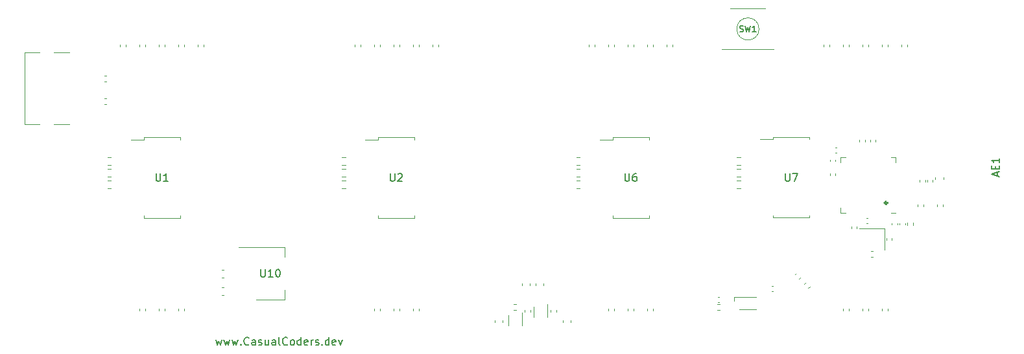
<source format=gbr>
%TF.GenerationSoftware,KiCad,Pcbnew,(6.0.9)*%
%TF.CreationDate,2022-11-29T20:57:58-05:00*%
%TF.ProjectId,Digital Clock PCB,44696769-7461-46c2-9043-6c6f636b2050,rev?*%
%TF.SameCoordinates,Original*%
%TF.FileFunction,Legend,Top*%
%TF.FilePolarity,Positive*%
%FSLAX46Y46*%
G04 Gerber Fmt 4.6, Leading zero omitted, Abs format (unit mm)*
G04 Created by KiCad (PCBNEW (6.0.9)) date 2022-11-29 20:57:58*
%MOMM*%
%LPD*%
G01*
G04 APERTURE LIST*
%ADD10C,0.329000*%
%ADD11C,0.150000*%
%ADD12C,0.120000*%
G04 APERTURE END LIST*
D10*
X132803300Y-41402000D02*
G75*
G03*
X132803300Y-41402000I-164500J0D01*
G01*
D11*
X45152704Y-59323314D02*
X45343180Y-59989980D01*
X45533657Y-59513790D01*
X45724133Y-59989980D01*
X45914609Y-59323314D01*
X46200323Y-59323314D02*
X46390800Y-59989980D01*
X46581276Y-59513790D01*
X46771752Y-59989980D01*
X46962228Y-59323314D01*
X47247942Y-59323314D02*
X47438419Y-59989980D01*
X47628895Y-59513790D01*
X47819371Y-59989980D01*
X48009847Y-59323314D01*
X48390800Y-59894742D02*
X48438419Y-59942361D01*
X48390800Y-59989980D01*
X48343180Y-59942361D01*
X48390800Y-59894742D01*
X48390800Y-59989980D01*
X49438419Y-59894742D02*
X49390800Y-59942361D01*
X49247942Y-59989980D01*
X49152704Y-59989980D01*
X49009847Y-59942361D01*
X48914609Y-59847123D01*
X48866990Y-59751885D01*
X48819371Y-59561409D01*
X48819371Y-59418552D01*
X48866990Y-59228076D01*
X48914609Y-59132838D01*
X49009847Y-59037600D01*
X49152704Y-58989980D01*
X49247942Y-58989980D01*
X49390800Y-59037600D01*
X49438419Y-59085219D01*
X50295561Y-59989980D02*
X50295561Y-59466171D01*
X50247942Y-59370933D01*
X50152704Y-59323314D01*
X49962228Y-59323314D01*
X49866990Y-59370933D01*
X50295561Y-59942361D02*
X50200323Y-59989980D01*
X49962228Y-59989980D01*
X49866990Y-59942361D01*
X49819371Y-59847123D01*
X49819371Y-59751885D01*
X49866990Y-59656647D01*
X49962228Y-59609028D01*
X50200323Y-59609028D01*
X50295561Y-59561409D01*
X50724133Y-59942361D02*
X50819371Y-59989980D01*
X51009847Y-59989980D01*
X51105085Y-59942361D01*
X51152704Y-59847123D01*
X51152704Y-59799504D01*
X51105085Y-59704266D01*
X51009847Y-59656647D01*
X50866990Y-59656647D01*
X50771752Y-59609028D01*
X50724133Y-59513790D01*
X50724133Y-59466171D01*
X50771752Y-59370933D01*
X50866990Y-59323314D01*
X51009847Y-59323314D01*
X51105085Y-59370933D01*
X52009847Y-59323314D02*
X52009847Y-59989980D01*
X51581276Y-59323314D02*
X51581276Y-59847123D01*
X51628895Y-59942361D01*
X51724133Y-59989980D01*
X51866990Y-59989980D01*
X51962228Y-59942361D01*
X52009847Y-59894742D01*
X52914609Y-59989980D02*
X52914609Y-59466171D01*
X52866990Y-59370933D01*
X52771752Y-59323314D01*
X52581276Y-59323314D01*
X52486038Y-59370933D01*
X52914609Y-59942361D02*
X52819371Y-59989980D01*
X52581276Y-59989980D01*
X52486038Y-59942361D01*
X52438419Y-59847123D01*
X52438419Y-59751885D01*
X52486038Y-59656647D01*
X52581276Y-59609028D01*
X52819371Y-59609028D01*
X52914609Y-59561409D01*
X53533657Y-59989980D02*
X53438419Y-59942361D01*
X53390800Y-59847123D01*
X53390800Y-58989980D01*
X54486038Y-59894742D02*
X54438419Y-59942361D01*
X54295561Y-59989980D01*
X54200323Y-59989980D01*
X54057466Y-59942361D01*
X53962228Y-59847123D01*
X53914609Y-59751885D01*
X53866990Y-59561409D01*
X53866990Y-59418552D01*
X53914609Y-59228076D01*
X53962228Y-59132838D01*
X54057466Y-59037600D01*
X54200323Y-58989980D01*
X54295561Y-58989980D01*
X54438419Y-59037600D01*
X54486038Y-59085219D01*
X55057466Y-59989980D02*
X54962228Y-59942361D01*
X54914609Y-59894742D01*
X54866990Y-59799504D01*
X54866990Y-59513790D01*
X54914609Y-59418552D01*
X54962228Y-59370933D01*
X55057466Y-59323314D01*
X55200323Y-59323314D01*
X55295561Y-59370933D01*
X55343180Y-59418552D01*
X55390800Y-59513790D01*
X55390800Y-59799504D01*
X55343180Y-59894742D01*
X55295561Y-59942361D01*
X55200323Y-59989980D01*
X55057466Y-59989980D01*
X56247942Y-59989980D02*
X56247942Y-58989980D01*
X56247942Y-59942361D02*
X56152704Y-59989980D01*
X55962228Y-59989980D01*
X55866990Y-59942361D01*
X55819371Y-59894742D01*
X55771752Y-59799504D01*
X55771752Y-59513790D01*
X55819371Y-59418552D01*
X55866990Y-59370933D01*
X55962228Y-59323314D01*
X56152704Y-59323314D01*
X56247942Y-59370933D01*
X57105085Y-59942361D02*
X57009847Y-59989980D01*
X56819371Y-59989980D01*
X56724133Y-59942361D01*
X56676514Y-59847123D01*
X56676514Y-59466171D01*
X56724133Y-59370933D01*
X56819371Y-59323314D01*
X57009847Y-59323314D01*
X57105085Y-59370933D01*
X57152704Y-59466171D01*
X57152704Y-59561409D01*
X56676514Y-59656647D01*
X57581276Y-59989980D02*
X57581276Y-59323314D01*
X57581276Y-59513790D02*
X57628895Y-59418552D01*
X57676514Y-59370933D01*
X57771752Y-59323314D01*
X57866990Y-59323314D01*
X58152704Y-59942361D02*
X58247942Y-59989980D01*
X58438419Y-59989980D01*
X58533657Y-59942361D01*
X58581276Y-59847123D01*
X58581276Y-59799504D01*
X58533657Y-59704266D01*
X58438419Y-59656647D01*
X58295561Y-59656647D01*
X58200323Y-59609028D01*
X58152704Y-59513790D01*
X58152704Y-59466171D01*
X58200323Y-59370933D01*
X58295561Y-59323314D01*
X58438419Y-59323314D01*
X58533657Y-59370933D01*
X59009847Y-59894742D02*
X59057466Y-59942361D01*
X59009847Y-59989980D01*
X58962228Y-59942361D01*
X59009847Y-59894742D01*
X59009847Y-59989980D01*
X59914609Y-59989980D02*
X59914609Y-58989980D01*
X59914609Y-59942361D02*
X59819371Y-59989980D01*
X59628895Y-59989980D01*
X59533657Y-59942361D01*
X59486038Y-59894742D01*
X59438419Y-59799504D01*
X59438419Y-59513790D01*
X59486038Y-59418552D01*
X59533657Y-59370933D01*
X59628895Y-59323314D01*
X59819371Y-59323314D01*
X59914609Y-59370933D01*
X60771752Y-59942361D02*
X60676514Y-59989980D01*
X60486038Y-59989980D01*
X60390800Y-59942361D01*
X60343180Y-59847123D01*
X60343180Y-59466171D01*
X60390800Y-59370933D01*
X60486038Y-59323314D01*
X60676514Y-59323314D01*
X60771752Y-59370933D01*
X60819371Y-59466171D01*
X60819371Y-59561409D01*
X60343180Y-59656647D01*
X61152704Y-59323314D02*
X61390800Y-59989980D01*
X61628895Y-59323314D01*
%TO.C,U7*%
X119507095Y-37552380D02*
X119507095Y-38361904D01*
X119554714Y-38457142D01*
X119602333Y-38504761D01*
X119697571Y-38552380D01*
X119888047Y-38552380D01*
X119983285Y-38504761D01*
X120030904Y-38457142D01*
X120078523Y-38361904D01*
X120078523Y-37552380D01*
X120459476Y-37552380D02*
X121126142Y-37552380D01*
X120697571Y-38552380D01*
%TO.C,U1*%
X37338095Y-37552380D02*
X37338095Y-38361904D01*
X37385714Y-38457142D01*
X37433333Y-38504761D01*
X37528571Y-38552380D01*
X37719047Y-38552380D01*
X37814285Y-38504761D01*
X37861904Y-38457142D01*
X37909523Y-38361904D01*
X37909523Y-37552380D01*
X38909523Y-38552380D02*
X38338095Y-38552380D01*
X38623809Y-38552380D02*
X38623809Y-37552380D01*
X38528571Y-37695238D01*
X38433333Y-37790476D01*
X38338095Y-37838095D01*
%TO.C,U2*%
X67919695Y-37552380D02*
X67919695Y-38361904D01*
X67967314Y-38457142D01*
X68014933Y-38504761D01*
X68110171Y-38552380D01*
X68300647Y-38552380D01*
X68395885Y-38504761D01*
X68443504Y-38457142D01*
X68491123Y-38361904D01*
X68491123Y-37552380D01*
X68919695Y-37647619D02*
X68967314Y-37600000D01*
X69062552Y-37552380D01*
X69300647Y-37552380D01*
X69395885Y-37600000D01*
X69443504Y-37647619D01*
X69491123Y-37742857D01*
X69491123Y-37838095D01*
X69443504Y-37980952D01*
X68872076Y-38552380D01*
X69491123Y-38552380D01*
%TO.C,SW1*%
X113538133Y-18967409D02*
X113652419Y-19005504D01*
X113842895Y-19005504D01*
X113919085Y-18967409D01*
X113957180Y-18929314D01*
X113995276Y-18853123D01*
X113995276Y-18776933D01*
X113957180Y-18700742D01*
X113919085Y-18662647D01*
X113842895Y-18624552D01*
X113690514Y-18586457D01*
X113614323Y-18548361D01*
X113576228Y-18510266D01*
X113538133Y-18434076D01*
X113538133Y-18357885D01*
X113576228Y-18281695D01*
X113614323Y-18243600D01*
X113690514Y-18205504D01*
X113880990Y-18205504D01*
X113995276Y-18243600D01*
X114261942Y-18205504D02*
X114452419Y-19005504D01*
X114604800Y-18434076D01*
X114757180Y-19005504D01*
X114947657Y-18205504D01*
X115671466Y-19005504D02*
X115214323Y-19005504D01*
X115442895Y-19005504D02*
X115442895Y-18205504D01*
X115366704Y-18319790D01*
X115290514Y-18395980D01*
X115214323Y-18434076D01*
%TO.C,U6*%
X98552095Y-37552380D02*
X98552095Y-38361904D01*
X98599714Y-38457142D01*
X98647333Y-38504761D01*
X98742571Y-38552380D01*
X98933047Y-38552380D01*
X99028285Y-38504761D01*
X99075904Y-38457142D01*
X99123523Y-38361904D01*
X99123523Y-37552380D01*
X100028285Y-37552380D02*
X99837809Y-37552380D01*
X99742571Y-37600000D01*
X99694952Y-37647619D01*
X99599714Y-37790476D01*
X99552095Y-37980952D01*
X99552095Y-38361904D01*
X99599714Y-38457142D01*
X99647333Y-38504761D01*
X99742571Y-38552380D01*
X99933047Y-38552380D01*
X100028285Y-38504761D01*
X100075904Y-38457142D01*
X100123523Y-38361904D01*
X100123523Y-38123809D01*
X100075904Y-38028571D01*
X100028285Y-37980952D01*
X99933047Y-37933333D01*
X99742571Y-37933333D01*
X99647333Y-37980952D01*
X99599714Y-38028571D01*
X99552095Y-38123809D01*
%TO.C,AE1*%
X147140266Y-37891666D02*
X147140266Y-37415476D01*
X147425980Y-37986904D02*
X146425980Y-37653571D01*
X147425980Y-37320238D01*
X146902171Y-36986904D02*
X146902171Y-36653571D01*
X147425980Y-36510714D02*
X147425980Y-36986904D01*
X146425980Y-36986904D01*
X146425980Y-36510714D01*
X147425980Y-35558333D02*
X147425980Y-36129761D01*
X147425980Y-35844047D02*
X146425980Y-35844047D01*
X146568838Y-35939285D01*
X146664076Y-36034523D01*
X146711695Y-36129761D01*
%TO.C,U10*%
X51009704Y-50074580D02*
X51009704Y-50884104D01*
X51057323Y-50979342D01*
X51104942Y-51026961D01*
X51200180Y-51074580D01*
X51390657Y-51074580D01*
X51485895Y-51026961D01*
X51533514Y-50979342D01*
X51581133Y-50884104D01*
X51581133Y-50074580D01*
X52581133Y-51074580D02*
X52009704Y-51074580D01*
X52295419Y-51074580D02*
X52295419Y-50074580D01*
X52200180Y-50217438D01*
X52104942Y-50312676D01*
X52009704Y-50360295D01*
X53200180Y-50074580D02*
X53295419Y-50074580D01*
X53390657Y-50122200D01*
X53438276Y-50169819D01*
X53485895Y-50265057D01*
X53533514Y-50455533D01*
X53533514Y-50693628D01*
X53485895Y-50884104D01*
X53438276Y-50979342D01*
X53390657Y-51026961D01*
X53295419Y-51074580D01*
X53200180Y-51074580D01*
X53104942Y-51026961D01*
X53057323Y-50979342D01*
X53009704Y-50884104D01*
X52962085Y-50693628D01*
X52962085Y-50455533D01*
X53009704Y-50265057D01*
X53057323Y-50169819D01*
X53104942Y-50122200D01*
X53200180Y-50074580D01*
D12*
%TO.C,C21*%
X90422000Y-57042267D02*
X90422000Y-56749733D01*
X91442000Y-57042267D02*
X91442000Y-56749733D01*
%TO.C,R13*%
X64007000Y-20981641D02*
X64007000Y-20674359D01*
X63247000Y-20981641D02*
X63247000Y-20674359D01*
%TO.C,R9*%
X88824800Y-55678041D02*
X88824800Y-55370759D01*
X89584800Y-55678041D02*
X89584800Y-55370759D01*
%TO.C,U7*%
X117884000Y-33094600D02*
X116219000Y-33094600D01*
X117884000Y-32814600D02*
X117884000Y-33094600D01*
X120269000Y-43334600D02*
X117884000Y-43334600D01*
X122654000Y-32814600D02*
X122654000Y-33094600D01*
X120269000Y-32814600D02*
X117884000Y-32814600D01*
X117884000Y-43334600D02*
X117884000Y-43054600D01*
X120269000Y-32814600D02*
X122654000Y-32814600D01*
X120269000Y-43334600D02*
X122654000Y-43334600D01*
X122654000Y-43334600D02*
X122654000Y-43054600D01*
%TO.C,R36*%
X135408400Y-44298841D02*
X135408400Y-43991559D01*
X136168400Y-44298841D02*
X136168400Y-43991559D01*
%TO.C,C6*%
X130257436Y-44098800D02*
X130041764Y-44098800D01*
X130257436Y-43378800D02*
X130041764Y-43378800D01*
%TO.C,R30*%
X127001000Y-55218359D02*
X127001000Y-55525641D01*
X127761000Y-55218359D02*
X127761000Y-55525641D01*
%TO.C,Q1*%
X83301000Y-57419000D02*
X83301000Y-56119000D01*
X85101000Y-55769000D02*
X85101000Y-57419000D01*
%TO.C,R47*%
X61611742Y-38466500D02*
X62086258Y-38466500D01*
X61611742Y-39511500D02*
X62086258Y-39511500D01*
%TO.C,U1*%
X38100000Y-43360000D02*
X40485000Y-43360000D01*
X35715000Y-43360000D02*
X35715000Y-43080000D01*
X38100000Y-32840000D02*
X40485000Y-32840000D01*
X35715000Y-32840000D02*
X35715000Y-33120000D01*
X38100000Y-43360000D02*
X35715000Y-43360000D01*
X40485000Y-32840000D02*
X40485000Y-33120000D01*
X35715000Y-33120000D02*
X34050000Y-33120000D01*
X38100000Y-32840000D02*
X35715000Y-32840000D01*
X40485000Y-43360000D02*
X40485000Y-43080000D01*
%TO.C,R21*%
X94614000Y-20981641D02*
X94614000Y-20674359D01*
X93854000Y-20981641D02*
X93854000Y-20674359D01*
%TO.C,C18*%
X46165380Y-53469000D02*
X45884220Y-53469000D01*
X46165380Y-52449000D02*
X45884220Y-52449000D01*
%TO.C,U2*%
X71066600Y-43360000D02*
X71066600Y-43080000D01*
X68681600Y-43360000D02*
X71066600Y-43360000D01*
X66296600Y-33120000D02*
X64631600Y-33120000D01*
X71066600Y-32840000D02*
X71066600Y-33120000D01*
X68681600Y-32840000D02*
X71066600Y-32840000D01*
X66296600Y-43360000D02*
X66296600Y-43080000D01*
X66296600Y-32840000D02*
X66296600Y-33120000D01*
X68681600Y-32840000D02*
X66296600Y-32840000D01*
X68681600Y-43360000D02*
X66296600Y-43360000D01*
%TO.C,Q2*%
X88428400Y-54676800D02*
X88428400Y-56326800D01*
X86628400Y-56326800D02*
X86628400Y-55026800D01*
%TO.C,R31*%
X130301000Y-55218359D02*
X130301000Y-55525641D01*
X129541000Y-55218359D02*
X129541000Y-55525641D01*
%TO.C,C17*%
X110874636Y-53691200D02*
X110658964Y-53691200D01*
X110874636Y-54411200D02*
X110658964Y-54411200D01*
%TO.C,C12*%
X128113200Y-44733036D02*
X128113200Y-44517364D01*
X128833200Y-44733036D02*
X128833200Y-44517364D01*
%TO.C,R10*%
X86232000Y-55678041D02*
X86232000Y-55370759D01*
X85472000Y-55678041D02*
X85472000Y-55370759D01*
%TO.C,R25*%
X101474000Y-20981641D02*
X101474000Y-20674359D01*
X102234000Y-20981641D02*
X102234000Y-20674359D01*
%TO.C,C5*%
X137054000Y-38398564D02*
X137054000Y-38614236D01*
X137774000Y-38398564D02*
X137774000Y-38614236D01*
%TO.C,R53*%
X92218742Y-38466500D02*
X92693258Y-38466500D01*
X92218742Y-39511500D02*
X92693258Y-39511500D01*
%TO.C,SW1*%
X118004800Y-21293600D02*
X111204800Y-21293600D01*
X116904800Y-15993600D02*
X112304800Y-15993600D01*
X116054800Y-18643600D02*
G75*
G03*
X116054800Y-18643600I-1450000J0D01*
G01*
%TO.C,R44*%
X31004742Y-38466500D02*
X31479258Y-38466500D01*
X31004742Y-39511500D02*
X31479258Y-39511500D01*
%TO.C,R14*%
X66547000Y-55218359D02*
X66547000Y-55525641D01*
X65787000Y-55218359D02*
X65787000Y-55525641D01*
%TO.C,R28*%
X127001000Y-20981641D02*
X127001000Y-20674359D01*
X127761000Y-20981641D02*
X127761000Y-20674359D01*
%TO.C,R2*%
X33400000Y-20981641D02*
X33400000Y-20674359D01*
X32640000Y-20981641D02*
X32640000Y-20674359D01*
%TO.C,R26*%
X104774000Y-20981641D02*
X104774000Y-20674359D01*
X104014000Y-20981641D02*
X104014000Y-20674359D01*
%TO.C,R45*%
X61611742Y-35418500D02*
X62086258Y-35418500D01*
X61611742Y-36463500D02*
X62086258Y-36463500D01*
%TO.C,R12*%
X65787000Y-20981641D02*
X65787000Y-20674359D01*
X66547000Y-20981641D02*
X66547000Y-20674359D01*
%TO.C,R6*%
X40260000Y-20981641D02*
X40260000Y-20674359D01*
X41020000Y-20981641D02*
X41020000Y-20674359D01*
%TO.C,R16*%
X71627000Y-55218359D02*
X71627000Y-55525641D01*
X70867000Y-55218359D02*
X70867000Y-55525641D01*
%TO.C,C4*%
X137520000Y-41647164D02*
X137520000Y-41862836D01*
X136800000Y-41647164D02*
X136800000Y-41862836D01*
%TO.C,R17*%
X70867000Y-20981641D02*
X70867000Y-20674359D01*
X71627000Y-20981641D02*
X71627000Y-20674359D01*
%TO.C,R46*%
X61611742Y-36942500D02*
X62086258Y-36942500D01*
X61611742Y-37987500D02*
X62086258Y-37987500D01*
%TO.C,R37*%
X129869200Y-33425641D02*
X129869200Y-33118359D01*
X129109200Y-33425641D02*
X129109200Y-33118359D01*
%TO.C,C15*%
X125319200Y-35972636D02*
X125319200Y-35756964D01*
X126039200Y-35972636D02*
X126039200Y-35756964D01*
%TO.C,C11*%
X131271600Y-33381836D02*
X131271600Y-33166164D01*
X130551600Y-33381836D02*
X130551600Y-33166164D01*
%TO.C,R32*%
X132841000Y-55218359D02*
X132841000Y-55525641D01*
X132081000Y-55218359D02*
X132081000Y-55525641D01*
%TO.C,R50*%
X113173742Y-38466500D02*
X113648258Y-38466500D01*
X113173742Y-39511500D02*
X113648258Y-39511500D01*
%TO.C,R27*%
X99694000Y-20981641D02*
X99694000Y-20674359D01*
X98934000Y-20981641D02*
X98934000Y-20674359D01*
%TO.C,R24*%
X102234000Y-55218359D02*
X102234000Y-55525641D01*
X101474000Y-55218359D02*
X101474000Y-55525641D01*
%TO.C,R15*%
X69087000Y-55218359D02*
X69087000Y-55525641D01*
X68327000Y-55218359D02*
X68327000Y-55525641D01*
%TO.C,R54*%
X110641159Y-55447200D02*
X110948441Y-55447200D01*
X110641159Y-54687200D02*
X110948441Y-54687200D01*
%TO.C,R4*%
X38480000Y-55218359D02*
X38480000Y-55525641D01*
X37720000Y-55218359D02*
X37720000Y-55525641D01*
%TO.C,R40*%
X30580359Y-24766000D02*
X30887641Y-24766000D01*
X30580359Y-25526000D02*
X30887641Y-25526000D01*
%TO.C,U6*%
X96929000Y-33120000D02*
X95264000Y-33120000D01*
X99314000Y-32840000D02*
X101699000Y-32840000D01*
X99314000Y-32840000D02*
X96929000Y-32840000D01*
X99314000Y-43360000D02*
X96929000Y-43360000D01*
X101699000Y-32840000D02*
X101699000Y-33120000D01*
X101699000Y-43360000D02*
X101699000Y-43080000D01*
X96929000Y-32840000D02*
X96929000Y-33120000D01*
X96929000Y-43360000D02*
X96929000Y-43080000D01*
X99314000Y-43360000D02*
X101699000Y-43360000D01*
%TO.C,R8*%
X37720000Y-20981641D02*
X37720000Y-20674359D01*
X38480000Y-20981641D02*
X38480000Y-20674359D01*
%TO.C,R3*%
X35180000Y-55218359D02*
X35180000Y-55525641D01*
X35940000Y-55218359D02*
X35940000Y-55525641D01*
%TO.C,C20*%
X86866000Y-52216267D02*
X86866000Y-51923733D01*
X87886000Y-52216267D02*
X87886000Y-51923733D01*
%TO.C,R1*%
X35940000Y-20981641D02*
X35940000Y-20674359D01*
X35180000Y-20981641D02*
X35180000Y-20674359D01*
%TO.C,C1*%
X140060000Y-41647164D02*
X140060000Y-41862836D01*
X139340000Y-41647164D02*
X139340000Y-41862836D01*
%TO.C,C10*%
X130676764Y-47722200D02*
X130892436Y-47722200D01*
X130676764Y-48442200D02*
X130892436Y-48442200D01*
%TO.C,R20*%
X97154000Y-20981641D02*
X97154000Y-20674359D01*
X96394000Y-20981641D02*
X96394000Y-20674359D01*
%TO.C,C13*%
X126193436Y-34133200D02*
X125977764Y-34133200D01*
X126193436Y-34853200D02*
X125977764Y-34853200D01*
%TO.C,R38*%
X121949059Y-52011540D02*
X122166340Y-51794259D01*
X122486460Y-52548941D02*
X122703741Y-52331660D01*
%TO.C,C23*%
X81532000Y-57042267D02*
X81532000Y-56749733D01*
X82552000Y-57042267D02*
X82552000Y-56749733D01*
%TO.C,R42*%
X31004742Y-36463500D02*
X31479258Y-36463500D01*
X31004742Y-35418500D02*
X31479258Y-35418500D01*
%TO.C,R22*%
X96394000Y-55218359D02*
X96394000Y-55525641D01*
X97154000Y-55218359D02*
X97154000Y-55525641D01*
%TO.C,U10*%
X54157800Y-54057600D02*
X54157800Y-52797600D01*
X54157800Y-47237600D02*
X54157800Y-48497600D01*
X48147800Y-47237600D02*
X54157800Y-47237600D01*
X50397800Y-54057600D02*
X54157800Y-54057600D01*
%TO.C,R48*%
X113173742Y-36463500D02*
X113648258Y-36463500D01*
X113173742Y-35418500D02*
X113648258Y-35418500D01*
%TO.C,PD1*%
X113004800Y-53759200D02*
X115704800Y-53759200D01*
X115704800Y-55359200D02*
X113504800Y-55359200D01*
X112804800Y-54259200D02*
X112804800Y-53759200D01*
X112804800Y-53759200D02*
X113004800Y-53759200D01*
%TO.C,C8*%
X134116400Y-44253036D02*
X134116400Y-44037364D01*
X133396400Y-44253036D02*
X133396400Y-44037364D01*
%TO.C,C9*%
X132659800Y-46018564D02*
X132659800Y-46234236D01*
X133379800Y-46018564D02*
X133379800Y-46234236D01*
%TO.C,R43*%
X31004742Y-36942500D02*
X31479258Y-36942500D01*
X31004742Y-37987500D02*
X31479258Y-37987500D01*
%TO.C,R7*%
X43560000Y-20981641D02*
X43560000Y-20674359D01*
X42800000Y-20981641D02*
X42800000Y-20674359D01*
%TO.C,R11*%
X84354641Y-54611000D02*
X84047359Y-54611000D01*
X84354641Y-55371000D02*
X84047359Y-55371000D01*
%TO.C,C22*%
X85088000Y-52216267D02*
X85088000Y-51923733D01*
X86108000Y-52216267D02*
X86108000Y-51923733D01*
%TO.C,R5*%
X41020000Y-55218359D02*
X41020000Y-55525641D01*
X40260000Y-55218359D02*
X40260000Y-55525641D01*
%TO.C,R19*%
X68327000Y-20981641D02*
X68327000Y-20674359D01*
X69087000Y-20981641D02*
X69087000Y-20674359D01*
%TO.C,R39*%
X121267260Y-51329741D02*
X121484541Y-51112460D01*
X120729859Y-50792340D02*
X120947140Y-50575059D01*
%TO.C,C14*%
X125319200Y-37585764D02*
X125319200Y-37801436D01*
X126039200Y-37585764D02*
X126039200Y-37801436D01*
%TO.C,R52*%
X92218742Y-37987500D02*
X92693258Y-37987500D01*
X92218742Y-36942500D02*
X92693258Y-36942500D01*
%TO.C,U5*%
X133253500Y-42685000D02*
X133903500Y-42685000D01*
X133903500Y-35465000D02*
X133903500Y-36115000D01*
X133253500Y-35465000D02*
X133903500Y-35465000D01*
X126683500Y-35465000D02*
X126683500Y-36115000D01*
X126683500Y-42685000D02*
X126683500Y-42035000D01*
X127333500Y-35465000D02*
X126683500Y-35465000D01*
X127333500Y-42685000D02*
X126683500Y-42685000D01*
%TO.C,J1*%
X22104600Y-31090600D02*
X20204600Y-31090600D01*
X26004600Y-31090600D02*
X24004600Y-31090600D01*
X20204600Y-21690600D02*
X20204600Y-31090600D01*
X22104600Y-21690600D02*
X20204600Y-21690600D01*
X26004600Y-21690600D02*
X24004600Y-21690600D01*
%TO.C,R35*%
X129541000Y-20981641D02*
X129541000Y-20674359D01*
X130301000Y-20981641D02*
X130301000Y-20674359D01*
%TO.C,R23*%
X98934000Y-55218359D02*
X98934000Y-55525641D01*
X99694000Y-55218359D02*
X99694000Y-55525641D01*
%TO.C,R41*%
X30580359Y-28523200D02*
X30887641Y-28523200D01*
X30580359Y-27763200D02*
X30887641Y-27763200D01*
%TO.C,C3*%
X138019200Y-38398564D02*
X138019200Y-38614236D01*
X138739200Y-38398564D02*
X138739200Y-38614236D01*
%TO.C,R49*%
X113173742Y-36942500D02*
X113648258Y-36942500D01*
X113173742Y-37987500D02*
X113648258Y-37987500D01*
%TO.C,C16*%
X117697364Y-52268800D02*
X117913036Y-52268800D01*
X117697364Y-52988800D02*
X117913036Y-52988800D01*
%TO.C,C2*%
X139088400Y-38048020D02*
X139088400Y-38329180D01*
X140108400Y-38048020D02*
X140108400Y-38329180D01*
%TO.C,Y1*%
X132460000Y-44726400D02*
X129160000Y-44726400D01*
X132460000Y-47526400D02*
X132460000Y-44726400D01*
%TO.C,R33*%
X132841000Y-20981641D02*
X132841000Y-20674359D01*
X132081000Y-20981641D02*
X132081000Y-20674359D01*
%TO.C,R34*%
X135381000Y-20981641D02*
X135381000Y-20674359D01*
X134621000Y-20981641D02*
X134621000Y-20674359D01*
%TO.C,C7*%
X135132400Y-44253036D02*
X135132400Y-44037364D01*
X134412400Y-44253036D02*
X134412400Y-44037364D01*
%TO.C,R51*%
X92218742Y-35418500D02*
X92693258Y-35418500D01*
X92218742Y-36463500D02*
X92693258Y-36463500D01*
%TO.C,C19*%
X46177780Y-51183000D02*
X45896620Y-51183000D01*
X46177780Y-50163000D02*
X45896620Y-50163000D01*
%TO.C,R18*%
X73407000Y-20981641D02*
X73407000Y-20674359D01*
X74167000Y-20981641D02*
X74167000Y-20674359D01*
%TO.C,R29*%
X124461000Y-20981641D02*
X124461000Y-20674359D01*
X125221000Y-20981641D02*
X125221000Y-20674359D01*
%TD*%
M02*

</source>
